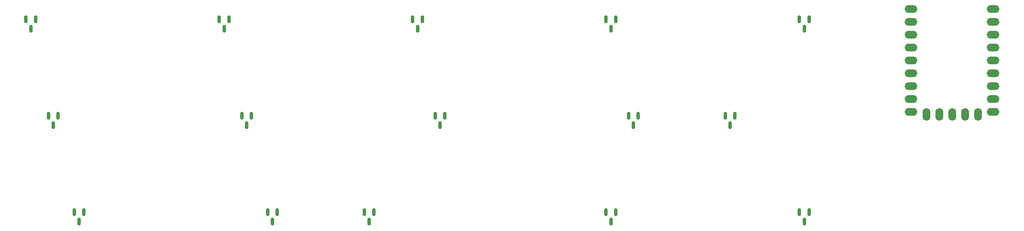
<source format=gbr>
%TF.GenerationSoftware,KiCad,Pcbnew,7.0.7*%
%TF.CreationDate,2023-08-31T12:53:39+10:00*%
%TF.ProjectId,qaz,71617a2e-6b69-4636-9164-5f7063625858,rev?*%
%TF.SameCoordinates,Original*%
%TF.FileFunction,Paste,Bot*%
%TF.FilePolarity,Positive*%
%FSLAX46Y46*%
G04 Gerber Fmt 4.6, Leading zero omitted, Abs format (unit mm)*
G04 Created by KiCad (PCBNEW 7.0.7) date 2023-08-31 12:53:39*
%MOMM*%
%LPD*%
G01*
G04 APERTURE LIST*
G04 Aperture macros list*
%AMRoundRect*
0 Rectangle with rounded corners*
0 $1 Rounding radius*
0 $2 $3 $4 $5 $6 $7 $8 $9 X,Y pos of 4 corners*
0 Add a 4 corners polygon primitive as box body*
4,1,4,$2,$3,$4,$5,$6,$7,$8,$9,$2,$3,0*
0 Add four circle primitives for the rounded corners*
1,1,$1+$1,$2,$3*
1,1,$1+$1,$4,$5*
1,1,$1+$1,$6,$7*
1,1,$1+$1,$8,$9*
0 Add four rect primitives between the rounded corners*
20,1,$1+$1,$2,$3,$4,$5,0*
20,1,$1+$1,$4,$5,$6,$7,0*
20,1,$1+$1,$6,$7,$8,$9,0*
20,1,$1+$1,$8,$9,$2,$3,0*%
G04 Aperture macros list end*
%ADD10RoundRect,0.150000X-0.150000X0.587500X-0.150000X-0.587500X0.150000X-0.587500X0.150000X0.587500X0*%
%ADD11O,2.500000X1.500000*%
%ADD12O,1.500000X2.500000*%
G04 APERTURE END LIST*
D10*
%TO.C,D7*%
X117880000Y-55899000D03*
X119780000Y-55899000D03*
X118830000Y-57774000D03*
%TD*%
%TO.C,D13*%
X142005000Y-74949000D03*
X143905000Y-74949000D03*
X142955000Y-76824000D03*
%TD*%
%TO.C,D2*%
X113430000Y-36849000D03*
X115330000Y-36849000D03*
X114380000Y-38724000D03*
%TD*%
%TO.C,D12*%
X122955000Y-74949000D03*
X124855000Y-74949000D03*
X123905000Y-76824000D03*
%TD*%
%TO.C,D14*%
X189635000Y-74949000D03*
X191535000Y-74949000D03*
X190585000Y-76824000D03*
%TD*%
%TO.C,D8*%
X155980000Y-55899000D03*
X157880000Y-55899000D03*
X156930000Y-57774000D03*
%TD*%
%TO.C,D10*%
X213125000Y-55899000D03*
X215025000Y-55899000D03*
X214075000Y-57774000D03*
%TD*%
%TO.C,D15*%
X227735000Y-74949000D03*
X229635000Y-74949000D03*
X228685000Y-76824000D03*
%TD*%
%TO.C,D5*%
X227735000Y-36849000D03*
X229635000Y-36849000D03*
X228685000Y-38724000D03*
%TD*%
%TO.C,D6*%
X79780000Y-55899000D03*
X81680000Y-55899000D03*
X80730000Y-57774000D03*
%TD*%
%TO.C,D1*%
X76280000Y-38724000D03*
X77230000Y-36849000D03*
X75330000Y-36849000D03*
%TD*%
D11*
%TO.C,U1*%
X249690000Y-34798000D03*
X249690000Y-37338000D03*
X249690000Y-39878000D03*
X249690000Y-42418000D03*
X249690000Y-44958000D03*
X249690000Y-47498000D03*
X249690000Y-50038000D03*
X249690000Y-52578000D03*
X249690000Y-55118000D03*
D12*
X252730000Y-55618000D03*
X255270000Y-55618000D03*
X257810000Y-55618000D03*
X260350000Y-55618000D03*
X262890000Y-55618000D03*
D11*
X265930000Y-55118000D03*
X265930000Y-52578000D03*
X265930000Y-50038000D03*
X265930000Y-47498000D03*
X265930000Y-44958000D03*
X265930000Y-42418000D03*
X265930000Y-39878000D03*
X265930000Y-37338000D03*
X265930000Y-34798000D03*
%TD*%
D10*
%TO.C,D9*%
X194080000Y-55899000D03*
X195980000Y-55899000D03*
X195030000Y-57774000D03*
%TD*%
%TO.C,D11*%
X84855000Y-74949000D03*
X86755000Y-74949000D03*
X85805000Y-76824000D03*
%TD*%
%TO.C,D4*%
X189635000Y-36849000D03*
X191535000Y-36849000D03*
X190585000Y-38724000D03*
%TD*%
%TO.C,D3*%
X151535000Y-36849000D03*
X153435000Y-36849000D03*
X152485000Y-38724000D03*
%TD*%
M02*

</source>
